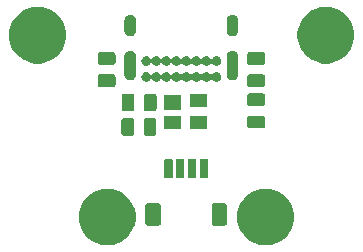
<source format=gbr>
G04 #@! TF.GenerationSoftware,KiCad,Pcbnew,(5.1.4)-1*
G04 #@! TF.CreationDate,2021-01-29T12:05:25-05:00*
G04 #@! TF.ProjectId,TKD_DBTypeC_r1,544b445f-4442-4547-9970-65435f72312e,rev?*
G04 #@! TF.SameCoordinates,Original*
G04 #@! TF.FileFunction,Soldermask,Top*
G04 #@! TF.FilePolarity,Negative*
%FSLAX46Y46*%
G04 Gerber Fmt 4.6, Leading zero omitted, Abs format (unit mm)*
G04 Created by KiCad (PCBNEW (5.1.4)-1) date 2021-01-29 12:05:25*
%MOMM*%
%LPD*%
G04 APERTURE LIST*
%ADD10C,0.100000*%
G04 APERTURE END LIST*
D10*
G36*
X60168412Y-70845135D02*
G01*
X60400346Y-70891269D01*
X60837300Y-71072262D01*
X61230548Y-71335022D01*
X61564978Y-71669452D01*
X61827738Y-72062700D01*
X62008731Y-72499654D01*
X62101000Y-72963522D01*
X62101000Y-73436478D01*
X62008731Y-73900346D01*
X61827738Y-74337300D01*
X61564978Y-74730548D01*
X61230548Y-75064978D01*
X60837300Y-75327738D01*
X60400346Y-75508731D01*
X60168412Y-75554866D01*
X59936479Y-75601000D01*
X59463521Y-75601000D01*
X59231588Y-75554866D01*
X58999654Y-75508731D01*
X58562700Y-75327738D01*
X58169452Y-75064978D01*
X57835022Y-74730548D01*
X57572262Y-74337300D01*
X57391269Y-73900346D01*
X57299000Y-73436478D01*
X57299000Y-72963522D01*
X57391269Y-72499654D01*
X57572262Y-72062700D01*
X57835022Y-71669452D01*
X58169452Y-71335022D01*
X58562700Y-71072262D01*
X58999654Y-70891269D01*
X59231588Y-70845135D01*
X59463521Y-70799000D01*
X59936479Y-70799000D01*
X60168412Y-70845135D01*
X60168412Y-70845135D01*
G37*
G36*
X73568412Y-70845135D02*
G01*
X73800346Y-70891269D01*
X74237300Y-71072262D01*
X74630548Y-71335022D01*
X74964978Y-71669452D01*
X75227738Y-72062700D01*
X75408731Y-72499654D01*
X75501000Y-72963522D01*
X75501000Y-73436478D01*
X75408731Y-73900346D01*
X75227738Y-74337300D01*
X74964978Y-74730548D01*
X74630548Y-75064978D01*
X74237300Y-75327738D01*
X73800346Y-75508731D01*
X73568412Y-75554866D01*
X73336479Y-75601000D01*
X72863521Y-75601000D01*
X72631588Y-75554866D01*
X72399654Y-75508731D01*
X71962700Y-75327738D01*
X71569452Y-75064978D01*
X71235022Y-74730548D01*
X70972262Y-74337300D01*
X70791269Y-73900346D01*
X70699000Y-73436478D01*
X70699000Y-72963522D01*
X70791269Y-72499654D01*
X70972262Y-72062700D01*
X71235022Y-71669452D01*
X71569452Y-71335022D01*
X71962700Y-71072262D01*
X72399654Y-70891269D01*
X72631588Y-70845135D01*
X72863521Y-70799000D01*
X73336479Y-70799000D01*
X73568412Y-70845135D01*
X73568412Y-70845135D01*
G37*
G36*
X64066722Y-72031837D02*
G01*
X64103817Y-72043090D01*
X64137995Y-72061358D01*
X64167961Y-72085952D01*
X64192555Y-72115918D01*
X64210823Y-72150096D01*
X64222076Y-72187191D01*
X64226480Y-72231907D01*
X64226480Y-73724959D01*
X64222076Y-73769675D01*
X64210823Y-73806770D01*
X64192555Y-73840948D01*
X64167961Y-73870914D01*
X64137995Y-73895508D01*
X64103817Y-73913776D01*
X64066722Y-73925029D01*
X64022006Y-73929433D01*
X63128954Y-73929433D01*
X63084238Y-73925029D01*
X63047143Y-73913776D01*
X63012965Y-73895508D01*
X62982999Y-73870914D01*
X62958405Y-73840948D01*
X62940137Y-73806770D01*
X62928884Y-73769675D01*
X62924480Y-73724959D01*
X62924480Y-72231907D01*
X62928884Y-72187191D01*
X62940137Y-72150096D01*
X62958405Y-72115918D01*
X62982999Y-72085952D01*
X63012965Y-72061358D01*
X63047143Y-72043090D01*
X63084238Y-72031837D01*
X63128954Y-72027433D01*
X64022006Y-72027433D01*
X64066722Y-72031837D01*
X64066722Y-72031837D01*
G37*
G36*
X69666722Y-72031837D02*
G01*
X69703817Y-72043090D01*
X69737995Y-72061358D01*
X69767961Y-72085952D01*
X69792555Y-72115918D01*
X69810823Y-72150096D01*
X69822076Y-72187191D01*
X69826480Y-72231907D01*
X69826480Y-73724959D01*
X69822076Y-73769675D01*
X69810823Y-73806770D01*
X69792555Y-73840948D01*
X69767961Y-73870914D01*
X69737995Y-73895508D01*
X69703817Y-73913776D01*
X69666722Y-73925029D01*
X69622006Y-73929433D01*
X68728954Y-73929433D01*
X68684238Y-73925029D01*
X68647143Y-73913776D01*
X68612965Y-73895508D01*
X68582999Y-73870914D01*
X68558405Y-73840948D01*
X68540137Y-73806770D01*
X68528884Y-73769675D01*
X68524480Y-73724959D01*
X68524480Y-72231907D01*
X68528884Y-72187191D01*
X68540137Y-72150096D01*
X68558405Y-72115918D01*
X68582999Y-72085952D01*
X68612965Y-72061358D01*
X68647143Y-72043090D01*
X68684238Y-72031837D01*
X68728954Y-72027433D01*
X69622006Y-72027433D01*
X69666722Y-72031837D01*
X69666722Y-72031837D01*
G37*
G36*
X68135408Y-68280197D02*
G01*
X68156489Y-68286593D01*
X68175925Y-68296981D01*
X68192956Y-68310957D01*
X68206932Y-68327988D01*
X68217320Y-68347424D01*
X68223716Y-68368505D01*
X68226480Y-68396573D01*
X68226480Y-69810293D01*
X68223716Y-69838361D01*
X68217320Y-69859442D01*
X68206932Y-69878878D01*
X68192956Y-69895909D01*
X68175925Y-69909885D01*
X68156489Y-69920273D01*
X68135408Y-69926669D01*
X68107340Y-69929433D01*
X67643620Y-69929433D01*
X67615552Y-69926669D01*
X67594471Y-69920273D01*
X67575035Y-69909885D01*
X67558004Y-69895909D01*
X67544028Y-69878878D01*
X67533640Y-69859442D01*
X67527244Y-69838361D01*
X67524480Y-69810293D01*
X67524480Y-68396573D01*
X67527244Y-68368505D01*
X67533640Y-68347424D01*
X67544028Y-68327988D01*
X67558004Y-68310957D01*
X67575035Y-68296981D01*
X67594471Y-68286593D01*
X67615552Y-68280197D01*
X67643620Y-68277433D01*
X68107340Y-68277433D01*
X68135408Y-68280197D01*
X68135408Y-68280197D01*
G37*
G36*
X67135408Y-68280197D02*
G01*
X67156489Y-68286593D01*
X67175925Y-68296981D01*
X67192956Y-68310957D01*
X67206932Y-68327988D01*
X67217320Y-68347424D01*
X67223716Y-68368505D01*
X67226480Y-68396573D01*
X67226480Y-69810293D01*
X67223716Y-69838361D01*
X67217320Y-69859442D01*
X67206932Y-69878878D01*
X67192956Y-69895909D01*
X67175925Y-69909885D01*
X67156489Y-69920273D01*
X67135408Y-69926669D01*
X67107340Y-69929433D01*
X66643620Y-69929433D01*
X66615552Y-69926669D01*
X66594471Y-69920273D01*
X66575035Y-69909885D01*
X66558004Y-69895909D01*
X66544028Y-69878878D01*
X66533640Y-69859442D01*
X66527244Y-69838361D01*
X66524480Y-69810293D01*
X66524480Y-68396573D01*
X66527244Y-68368505D01*
X66533640Y-68347424D01*
X66544028Y-68327988D01*
X66558004Y-68310957D01*
X66575035Y-68296981D01*
X66594471Y-68286593D01*
X66615552Y-68280197D01*
X66643620Y-68277433D01*
X67107340Y-68277433D01*
X67135408Y-68280197D01*
X67135408Y-68280197D01*
G37*
G36*
X66135408Y-68280197D02*
G01*
X66156489Y-68286593D01*
X66175925Y-68296981D01*
X66192956Y-68310957D01*
X66206932Y-68327988D01*
X66217320Y-68347424D01*
X66223716Y-68368505D01*
X66226480Y-68396573D01*
X66226480Y-69810293D01*
X66223716Y-69838361D01*
X66217320Y-69859442D01*
X66206932Y-69878878D01*
X66192956Y-69895909D01*
X66175925Y-69909885D01*
X66156489Y-69920273D01*
X66135408Y-69926669D01*
X66107340Y-69929433D01*
X65643620Y-69929433D01*
X65615552Y-69926669D01*
X65594471Y-69920273D01*
X65575035Y-69909885D01*
X65558004Y-69895909D01*
X65544028Y-69878878D01*
X65533640Y-69859442D01*
X65527244Y-69838361D01*
X65524480Y-69810293D01*
X65524480Y-68396573D01*
X65527244Y-68368505D01*
X65533640Y-68347424D01*
X65544028Y-68327988D01*
X65558004Y-68310957D01*
X65575035Y-68296981D01*
X65594471Y-68286593D01*
X65615552Y-68280197D01*
X65643620Y-68277433D01*
X66107340Y-68277433D01*
X66135408Y-68280197D01*
X66135408Y-68280197D01*
G37*
G36*
X65135408Y-68280197D02*
G01*
X65156489Y-68286593D01*
X65175925Y-68296981D01*
X65192956Y-68310957D01*
X65206932Y-68327988D01*
X65217320Y-68347424D01*
X65223716Y-68368505D01*
X65226480Y-68396573D01*
X65226480Y-69810293D01*
X65223716Y-69838361D01*
X65217320Y-69859442D01*
X65206932Y-69878878D01*
X65192956Y-69895909D01*
X65175925Y-69909885D01*
X65156489Y-69920273D01*
X65135408Y-69926669D01*
X65107340Y-69929433D01*
X64643620Y-69929433D01*
X64615552Y-69926669D01*
X64594471Y-69920273D01*
X64575035Y-69909885D01*
X64558004Y-69895909D01*
X64544028Y-69878878D01*
X64533640Y-69859442D01*
X64527244Y-69838361D01*
X64524480Y-69810293D01*
X64524480Y-68396573D01*
X64527244Y-68368505D01*
X64533640Y-68347424D01*
X64544028Y-68327988D01*
X64558004Y-68310957D01*
X64575035Y-68296981D01*
X64594471Y-68286593D01*
X64615552Y-68280197D01*
X64643620Y-68277433D01*
X65107340Y-68277433D01*
X65135408Y-68280197D01*
X65135408Y-68280197D01*
G37*
G36*
X63687448Y-64816998D02*
G01*
X63726118Y-64828729D01*
X63761757Y-64847779D01*
X63792997Y-64873416D01*
X63818634Y-64904656D01*
X63837684Y-64940295D01*
X63849415Y-64978965D01*
X63853980Y-65025321D01*
X63853980Y-66101545D01*
X63849415Y-66147901D01*
X63837684Y-66186571D01*
X63818634Y-66222210D01*
X63792997Y-66253450D01*
X63761757Y-66279087D01*
X63726118Y-66298137D01*
X63687448Y-66309868D01*
X63641092Y-66314433D01*
X62989868Y-66314433D01*
X62943512Y-66309868D01*
X62904842Y-66298137D01*
X62869203Y-66279087D01*
X62837963Y-66253450D01*
X62812326Y-66222210D01*
X62793276Y-66186571D01*
X62781545Y-66147901D01*
X62776980Y-66101545D01*
X62776980Y-65025321D01*
X62781545Y-64978965D01*
X62793276Y-64940295D01*
X62812326Y-64904656D01*
X62837963Y-64873416D01*
X62869203Y-64847779D01*
X62904842Y-64828729D01*
X62943512Y-64816998D01*
X62989868Y-64812433D01*
X63641092Y-64812433D01*
X63687448Y-64816998D01*
X63687448Y-64816998D01*
G37*
G36*
X61812448Y-64816998D02*
G01*
X61851118Y-64828729D01*
X61886757Y-64847779D01*
X61917997Y-64873416D01*
X61943634Y-64904656D01*
X61962684Y-64940295D01*
X61974415Y-64978965D01*
X61978980Y-65025321D01*
X61978980Y-66101545D01*
X61974415Y-66147901D01*
X61962684Y-66186571D01*
X61943634Y-66222210D01*
X61917997Y-66253450D01*
X61886757Y-66279087D01*
X61851118Y-66298137D01*
X61812448Y-66309868D01*
X61766092Y-66314433D01*
X61114868Y-66314433D01*
X61068512Y-66309868D01*
X61029842Y-66298137D01*
X60994203Y-66279087D01*
X60962963Y-66253450D01*
X60937326Y-66222210D01*
X60918276Y-66186571D01*
X60906545Y-66147901D01*
X60901980Y-66101545D01*
X60901980Y-65025321D01*
X60906545Y-64978965D01*
X60918276Y-64940295D01*
X60937326Y-64904656D01*
X60962963Y-64873416D01*
X60994203Y-64847779D01*
X61029842Y-64828729D01*
X61068512Y-64816998D01*
X61114868Y-64812433D01*
X61766092Y-64812433D01*
X61812448Y-64816998D01*
X61812448Y-64816998D01*
G37*
G36*
X65976480Y-65774433D02*
G01*
X64474480Y-65774433D01*
X64474480Y-64672433D01*
X65976480Y-64672433D01*
X65976480Y-65774433D01*
X65976480Y-65774433D01*
G37*
G36*
X68176480Y-65774433D02*
G01*
X66674480Y-65774433D01*
X66674480Y-64672433D01*
X68176480Y-64672433D01*
X68176480Y-65774433D01*
X68176480Y-65774433D01*
G37*
G36*
X72889948Y-64609498D02*
G01*
X72928618Y-64621229D01*
X72964257Y-64640279D01*
X72995497Y-64665916D01*
X73021134Y-64697156D01*
X73040184Y-64732795D01*
X73051915Y-64771465D01*
X73056480Y-64817821D01*
X73056480Y-65469045D01*
X73051915Y-65515401D01*
X73040184Y-65554071D01*
X73021134Y-65589710D01*
X72995497Y-65620950D01*
X72964257Y-65646587D01*
X72928618Y-65665637D01*
X72889948Y-65677368D01*
X72843592Y-65681933D01*
X71767368Y-65681933D01*
X71721012Y-65677368D01*
X71682342Y-65665637D01*
X71646703Y-65646587D01*
X71615463Y-65620950D01*
X71589826Y-65589710D01*
X71570776Y-65554071D01*
X71559045Y-65515401D01*
X71554480Y-65469045D01*
X71554480Y-64817821D01*
X71559045Y-64771465D01*
X71570776Y-64732795D01*
X71589826Y-64697156D01*
X71615463Y-64665916D01*
X71646703Y-64640279D01*
X71682342Y-64621229D01*
X71721012Y-64609498D01*
X71767368Y-64604933D01*
X72843592Y-64604933D01*
X72889948Y-64609498D01*
X72889948Y-64609498D01*
G37*
G36*
X61827448Y-62746998D02*
G01*
X61866118Y-62758729D01*
X61901757Y-62777779D01*
X61932997Y-62803416D01*
X61958634Y-62834656D01*
X61977684Y-62870295D01*
X61989415Y-62908965D01*
X61993980Y-62955321D01*
X61993980Y-64031545D01*
X61989415Y-64077901D01*
X61977684Y-64116571D01*
X61958634Y-64152210D01*
X61932997Y-64183450D01*
X61901757Y-64209087D01*
X61866118Y-64228137D01*
X61827448Y-64239868D01*
X61781092Y-64244433D01*
X61129868Y-64244433D01*
X61083512Y-64239868D01*
X61044842Y-64228137D01*
X61009203Y-64209087D01*
X60977963Y-64183450D01*
X60952326Y-64152210D01*
X60933276Y-64116571D01*
X60921545Y-64077901D01*
X60916980Y-64031545D01*
X60916980Y-62955321D01*
X60921545Y-62908965D01*
X60933276Y-62870295D01*
X60952326Y-62834656D01*
X60977963Y-62803416D01*
X61009203Y-62777779D01*
X61044842Y-62758729D01*
X61083512Y-62746998D01*
X61129868Y-62742433D01*
X61781092Y-62742433D01*
X61827448Y-62746998D01*
X61827448Y-62746998D01*
G37*
G36*
X63702448Y-62746998D02*
G01*
X63741118Y-62758729D01*
X63776757Y-62777779D01*
X63807997Y-62803416D01*
X63833634Y-62834656D01*
X63852684Y-62870295D01*
X63864415Y-62908965D01*
X63868980Y-62955321D01*
X63868980Y-64031545D01*
X63864415Y-64077901D01*
X63852684Y-64116571D01*
X63833634Y-64152210D01*
X63807997Y-64183450D01*
X63776757Y-64209087D01*
X63741118Y-64228137D01*
X63702448Y-64239868D01*
X63656092Y-64244433D01*
X63004868Y-64244433D01*
X62958512Y-64239868D01*
X62919842Y-64228137D01*
X62884203Y-64209087D01*
X62852963Y-64183450D01*
X62827326Y-64152210D01*
X62808276Y-64116571D01*
X62796545Y-64077901D01*
X62791980Y-64031545D01*
X62791980Y-62955321D01*
X62796545Y-62908965D01*
X62808276Y-62870295D01*
X62827326Y-62834656D01*
X62852963Y-62803416D01*
X62884203Y-62777779D01*
X62919842Y-62758729D01*
X62958512Y-62746998D01*
X63004868Y-62742433D01*
X63656092Y-62742433D01*
X63702448Y-62746998D01*
X63702448Y-62746998D01*
G37*
G36*
X65976480Y-64154433D02*
G01*
X64474480Y-64154433D01*
X64474480Y-62852433D01*
X65976480Y-62852433D01*
X65976480Y-64154433D01*
X65976480Y-64154433D01*
G37*
G36*
X68176480Y-63874433D02*
G01*
X66674480Y-63874433D01*
X66674480Y-62772433D01*
X68176480Y-62772433D01*
X68176480Y-63874433D01*
X68176480Y-63874433D01*
G37*
G36*
X72889948Y-62734498D02*
G01*
X72928618Y-62746229D01*
X72964257Y-62765279D01*
X72995497Y-62790916D01*
X73021134Y-62822156D01*
X73040184Y-62857795D01*
X73051915Y-62896465D01*
X73056480Y-62942821D01*
X73056480Y-63594045D01*
X73051915Y-63640401D01*
X73040184Y-63679071D01*
X73021134Y-63714710D01*
X72995497Y-63745950D01*
X72964257Y-63771587D01*
X72928618Y-63790637D01*
X72889948Y-63802368D01*
X72843592Y-63806933D01*
X71767368Y-63806933D01*
X71721012Y-63802368D01*
X71682342Y-63790637D01*
X71646703Y-63771587D01*
X71615463Y-63745950D01*
X71589826Y-63714710D01*
X71570776Y-63679071D01*
X71559045Y-63640401D01*
X71554480Y-63594045D01*
X71554480Y-62942821D01*
X71559045Y-62896465D01*
X71570776Y-62857795D01*
X71589826Y-62822156D01*
X71615463Y-62790916D01*
X71646703Y-62765279D01*
X71682342Y-62746229D01*
X71721012Y-62734498D01*
X71767368Y-62729933D01*
X72843592Y-62729933D01*
X72889948Y-62734498D01*
X72889948Y-62734498D01*
G37*
G36*
X60229948Y-61114498D02*
G01*
X60268618Y-61126229D01*
X60304257Y-61145279D01*
X60335497Y-61170916D01*
X60361134Y-61202156D01*
X60380184Y-61237795D01*
X60391915Y-61276465D01*
X60396480Y-61322821D01*
X60396480Y-61974045D01*
X60391915Y-62020401D01*
X60380184Y-62059071D01*
X60361134Y-62094710D01*
X60335497Y-62125950D01*
X60304257Y-62151587D01*
X60268618Y-62170637D01*
X60229948Y-62182368D01*
X60183592Y-62186933D01*
X59107368Y-62186933D01*
X59061012Y-62182368D01*
X59022342Y-62170637D01*
X58986703Y-62151587D01*
X58955463Y-62125950D01*
X58929826Y-62094710D01*
X58910776Y-62059071D01*
X58899045Y-62020401D01*
X58894480Y-61974045D01*
X58894480Y-61322821D01*
X58899045Y-61276465D01*
X58910776Y-61237795D01*
X58929826Y-61202156D01*
X58955463Y-61170916D01*
X58986703Y-61145279D01*
X59022342Y-61126229D01*
X59061012Y-61114498D01*
X59107368Y-61109933D01*
X60183592Y-61109933D01*
X60229948Y-61114498D01*
X60229948Y-61114498D01*
G37*
G36*
X72879948Y-61109498D02*
G01*
X72918618Y-61121229D01*
X72954257Y-61140279D01*
X72985497Y-61165916D01*
X73011134Y-61197156D01*
X73030184Y-61232795D01*
X73041915Y-61271465D01*
X73046480Y-61317821D01*
X73046480Y-61969045D01*
X73041915Y-62015401D01*
X73030184Y-62054071D01*
X73011134Y-62089710D01*
X72985497Y-62120950D01*
X72954257Y-62146587D01*
X72918618Y-62165637D01*
X72879948Y-62177368D01*
X72833592Y-62181933D01*
X71757368Y-62181933D01*
X71711012Y-62177368D01*
X71672342Y-62165637D01*
X71636703Y-62146587D01*
X71605463Y-62120950D01*
X71579826Y-62089710D01*
X71560776Y-62054071D01*
X71549045Y-62015401D01*
X71544480Y-61969045D01*
X71544480Y-61317821D01*
X71549045Y-61271465D01*
X71560776Y-61232795D01*
X71579826Y-61197156D01*
X71605463Y-61165916D01*
X71636703Y-61140279D01*
X71672342Y-61121229D01*
X71711012Y-61109498D01*
X71757368Y-61104933D01*
X72833592Y-61104933D01*
X72879948Y-61109498D01*
X72879948Y-61109498D01*
G37*
G36*
X63073711Y-60940138D02*
G01*
X63112447Y-60947843D01*
X63142675Y-60960364D01*
X63185424Y-60978071D01*
X63251102Y-61021956D01*
X63306958Y-61077812D01*
X63316547Y-61092163D01*
X63332093Y-61111105D01*
X63351035Y-61126650D01*
X63372645Y-61138201D01*
X63396094Y-61145314D01*
X63420481Y-61147716D01*
X63444867Y-61145314D01*
X63468316Y-61138201D01*
X63489926Y-61126650D01*
X63508868Y-61111104D01*
X63524413Y-61092163D01*
X63534002Y-61077812D01*
X63589858Y-61021956D01*
X63655536Y-60978071D01*
X63698285Y-60960364D01*
X63728513Y-60947843D01*
X63767249Y-60940138D01*
X63805984Y-60932433D01*
X63884976Y-60932433D01*
X63923711Y-60940138D01*
X63962447Y-60947843D01*
X63992675Y-60960364D01*
X64035424Y-60978071D01*
X64101102Y-61021956D01*
X64156958Y-61077812D01*
X64166547Y-61092163D01*
X64182093Y-61111105D01*
X64201035Y-61126650D01*
X64222645Y-61138201D01*
X64246094Y-61145314D01*
X64270481Y-61147716D01*
X64294867Y-61145314D01*
X64318316Y-61138201D01*
X64339926Y-61126650D01*
X64358868Y-61111104D01*
X64374413Y-61092163D01*
X64384002Y-61077812D01*
X64439858Y-61021956D01*
X64505536Y-60978071D01*
X64548285Y-60960364D01*
X64578513Y-60947843D01*
X64617249Y-60940138D01*
X64655984Y-60932433D01*
X64734976Y-60932433D01*
X64773711Y-60940138D01*
X64812447Y-60947843D01*
X64842675Y-60960364D01*
X64885424Y-60978071D01*
X64951102Y-61021956D01*
X65006958Y-61077812D01*
X65016547Y-61092163D01*
X65032093Y-61111105D01*
X65051035Y-61126650D01*
X65072645Y-61138201D01*
X65096094Y-61145314D01*
X65120481Y-61147716D01*
X65144867Y-61145314D01*
X65168316Y-61138201D01*
X65189926Y-61126650D01*
X65208868Y-61111104D01*
X65224413Y-61092163D01*
X65234002Y-61077812D01*
X65289858Y-61021956D01*
X65355536Y-60978071D01*
X65398285Y-60960364D01*
X65428513Y-60947843D01*
X65467249Y-60940138D01*
X65505984Y-60932433D01*
X65584976Y-60932433D01*
X65623711Y-60940138D01*
X65662447Y-60947843D01*
X65692675Y-60960364D01*
X65735424Y-60978071D01*
X65801102Y-61021956D01*
X65856958Y-61077812D01*
X65866547Y-61092163D01*
X65882093Y-61111105D01*
X65901035Y-61126650D01*
X65922645Y-61138201D01*
X65946094Y-61145314D01*
X65970481Y-61147716D01*
X65994867Y-61145314D01*
X66018316Y-61138201D01*
X66039926Y-61126650D01*
X66058868Y-61111104D01*
X66074413Y-61092163D01*
X66084002Y-61077812D01*
X66139858Y-61021956D01*
X66205536Y-60978071D01*
X66248285Y-60960364D01*
X66278513Y-60947843D01*
X66317249Y-60940138D01*
X66355984Y-60932433D01*
X66434976Y-60932433D01*
X66473711Y-60940138D01*
X66512447Y-60947843D01*
X66542675Y-60960364D01*
X66585424Y-60978071D01*
X66651102Y-61021956D01*
X66706958Y-61077812D01*
X66716547Y-61092163D01*
X66732093Y-61111105D01*
X66751035Y-61126650D01*
X66772645Y-61138201D01*
X66796094Y-61145314D01*
X66820481Y-61147716D01*
X66844867Y-61145314D01*
X66868316Y-61138201D01*
X66889926Y-61126650D01*
X66908868Y-61111104D01*
X66924413Y-61092163D01*
X66934002Y-61077812D01*
X66989858Y-61021956D01*
X67055536Y-60978071D01*
X67098285Y-60960364D01*
X67128513Y-60947843D01*
X67167249Y-60940138D01*
X67205984Y-60932433D01*
X67284976Y-60932433D01*
X67323711Y-60940138D01*
X67362447Y-60947843D01*
X67392675Y-60960364D01*
X67435424Y-60978071D01*
X67501102Y-61021956D01*
X67556958Y-61077812D01*
X67566547Y-61092163D01*
X67582093Y-61111105D01*
X67601035Y-61126650D01*
X67622645Y-61138201D01*
X67646094Y-61145314D01*
X67670481Y-61147716D01*
X67694867Y-61145314D01*
X67718316Y-61138201D01*
X67739926Y-61126650D01*
X67758868Y-61111104D01*
X67774413Y-61092163D01*
X67784002Y-61077812D01*
X67839858Y-61021956D01*
X67905536Y-60978071D01*
X67948285Y-60960364D01*
X67978513Y-60947843D01*
X68017249Y-60940138D01*
X68055984Y-60932433D01*
X68134976Y-60932433D01*
X68173711Y-60940138D01*
X68212447Y-60947843D01*
X68242675Y-60960364D01*
X68285424Y-60978071D01*
X68351102Y-61021956D01*
X68406958Y-61077812D01*
X68416547Y-61092163D01*
X68432093Y-61111105D01*
X68451035Y-61126650D01*
X68472645Y-61138201D01*
X68496094Y-61145314D01*
X68520481Y-61147716D01*
X68544867Y-61145314D01*
X68568316Y-61138201D01*
X68589926Y-61126650D01*
X68608868Y-61111104D01*
X68624413Y-61092163D01*
X68634002Y-61077812D01*
X68689858Y-61021956D01*
X68755536Y-60978071D01*
X68798285Y-60960364D01*
X68828513Y-60947843D01*
X68867249Y-60940138D01*
X68905984Y-60932433D01*
X68984976Y-60932433D01*
X69023711Y-60940138D01*
X69062447Y-60947843D01*
X69092675Y-60960364D01*
X69135424Y-60978071D01*
X69201102Y-61021956D01*
X69256957Y-61077811D01*
X69300842Y-61143489D01*
X69303667Y-61150310D01*
X69331070Y-61216466D01*
X69338775Y-61255202D01*
X69346480Y-61293937D01*
X69346480Y-61372929D01*
X69345236Y-61379183D01*
X69331070Y-61450400D01*
X69318549Y-61480628D01*
X69300842Y-61523377D01*
X69256957Y-61589055D01*
X69201102Y-61644910D01*
X69135424Y-61688795D01*
X69092675Y-61706502D01*
X69062447Y-61719023D01*
X69023711Y-61726728D01*
X68984976Y-61734433D01*
X68905984Y-61734433D01*
X68867249Y-61726728D01*
X68828513Y-61719023D01*
X68798285Y-61706502D01*
X68755536Y-61688795D01*
X68689858Y-61644910D01*
X68634002Y-61589054D01*
X68624413Y-61574703D01*
X68608867Y-61555761D01*
X68589925Y-61540216D01*
X68568315Y-61528665D01*
X68544866Y-61521552D01*
X68520479Y-61519150D01*
X68496093Y-61521552D01*
X68472644Y-61528665D01*
X68451034Y-61540216D01*
X68432092Y-61555762D01*
X68416547Y-61574703D01*
X68406958Y-61589054D01*
X68351102Y-61644910D01*
X68285424Y-61688795D01*
X68242675Y-61706502D01*
X68212447Y-61719023D01*
X68173711Y-61726728D01*
X68134976Y-61734433D01*
X68055984Y-61734433D01*
X68017249Y-61726728D01*
X67978513Y-61719023D01*
X67948285Y-61706502D01*
X67905536Y-61688795D01*
X67839858Y-61644910D01*
X67784002Y-61589054D01*
X67774413Y-61574703D01*
X67758867Y-61555761D01*
X67739925Y-61540216D01*
X67718315Y-61528665D01*
X67694866Y-61521552D01*
X67670479Y-61519150D01*
X67646093Y-61521552D01*
X67622644Y-61528665D01*
X67601034Y-61540216D01*
X67582092Y-61555762D01*
X67566547Y-61574703D01*
X67556958Y-61589054D01*
X67501102Y-61644910D01*
X67435424Y-61688795D01*
X67392675Y-61706502D01*
X67362447Y-61719023D01*
X67323711Y-61726728D01*
X67284976Y-61734433D01*
X67205984Y-61734433D01*
X67167249Y-61726728D01*
X67128513Y-61719023D01*
X67098285Y-61706502D01*
X67055536Y-61688795D01*
X66989858Y-61644910D01*
X66934002Y-61589054D01*
X66924413Y-61574703D01*
X66908867Y-61555761D01*
X66889925Y-61540216D01*
X66868315Y-61528665D01*
X66844866Y-61521552D01*
X66820479Y-61519150D01*
X66796093Y-61521552D01*
X66772644Y-61528665D01*
X66751034Y-61540216D01*
X66732092Y-61555762D01*
X66716547Y-61574703D01*
X66706958Y-61589054D01*
X66651102Y-61644910D01*
X66585424Y-61688795D01*
X66542675Y-61706502D01*
X66512447Y-61719023D01*
X66473711Y-61726728D01*
X66434976Y-61734433D01*
X66355984Y-61734433D01*
X66317249Y-61726728D01*
X66278513Y-61719023D01*
X66248285Y-61706502D01*
X66205536Y-61688795D01*
X66139858Y-61644910D01*
X66084002Y-61589054D01*
X66074413Y-61574703D01*
X66058867Y-61555761D01*
X66039925Y-61540216D01*
X66018315Y-61528665D01*
X65994866Y-61521552D01*
X65970479Y-61519150D01*
X65946093Y-61521552D01*
X65922644Y-61528665D01*
X65901034Y-61540216D01*
X65882092Y-61555762D01*
X65866547Y-61574703D01*
X65856958Y-61589054D01*
X65801102Y-61644910D01*
X65735424Y-61688795D01*
X65692675Y-61706502D01*
X65662447Y-61719023D01*
X65623711Y-61726728D01*
X65584976Y-61734433D01*
X65505984Y-61734433D01*
X65467249Y-61726728D01*
X65428513Y-61719023D01*
X65398285Y-61706502D01*
X65355536Y-61688795D01*
X65289858Y-61644910D01*
X65234002Y-61589054D01*
X65224413Y-61574703D01*
X65208867Y-61555761D01*
X65189925Y-61540216D01*
X65168315Y-61528665D01*
X65144866Y-61521552D01*
X65120479Y-61519150D01*
X65096093Y-61521552D01*
X65072644Y-61528665D01*
X65051034Y-61540216D01*
X65032092Y-61555762D01*
X65016547Y-61574703D01*
X65006958Y-61589054D01*
X64951102Y-61644910D01*
X64885424Y-61688795D01*
X64842675Y-61706502D01*
X64812447Y-61719023D01*
X64773711Y-61726728D01*
X64734976Y-61734433D01*
X64655984Y-61734433D01*
X64617249Y-61726728D01*
X64578513Y-61719023D01*
X64548285Y-61706502D01*
X64505536Y-61688795D01*
X64439858Y-61644910D01*
X64384002Y-61589054D01*
X64374413Y-61574703D01*
X64358867Y-61555761D01*
X64339925Y-61540216D01*
X64318315Y-61528665D01*
X64294866Y-61521552D01*
X64270479Y-61519150D01*
X64246093Y-61521552D01*
X64222644Y-61528665D01*
X64201034Y-61540216D01*
X64182092Y-61555762D01*
X64166547Y-61574703D01*
X64156958Y-61589054D01*
X64101102Y-61644910D01*
X64035424Y-61688795D01*
X63992675Y-61706502D01*
X63962447Y-61719023D01*
X63923711Y-61726728D01*
X63884976Y-61734433D01*
X63805984Y-61734433D01*
X63767249Y-61726728D01*
X63728513Y-61719023D01*
X63698285Y-61706502D01*
X63655536Y-61688795D01*
X63589858Y-61644910D01*
X63534002Y-61589054D01*
X63524413Y-61574703D01*
X63508867Y-61555761D01*
X63489925Y-61540216D01*
X63468315Y-61528665D01*
X63444866Y-61521552D01*
X63420479Y-61519150D01*
X63396093Y-61521552D01*
X63372644Y-61528665D01*
X63351034Y-61540216D01*
X63332092Y-61555762D01*
X63316547Y-61574703D01*
X63306958Y-61589054D01*
X63251102Y-61644910D01*
X63185424Y-61688795D01*
X63142675Y-61706502D01*
X63112447Y-61719023D01*
X63073711Y-61726728D01*
X63034976Y-61734433D01*
X62955984Y-61734433D01*
X62917249Y-61726728D01*
X62878513Y-61719023D01*
X62848285Y-61706502D01*
X62805536Y-61688795D01*
X62739858Y-61644910D01*
X62684003Y-61589055D01*
X62640118Y-61523377D01*
X62622411Y-61480628D01*
X62609890Y-61450400D01*
X62595724Y-61379183D01*
X62594480Y-61372929D01*
X62594480Y-61293937D01*
X62602185Y-61255202D01*
X62609890Y-61216466D01*
X62637293Y-61150310D01*
X62640118Y-61143489D01*
X62684003Y-61077811D01*
X62739858Y-61021956D01*
X62805536Y-60978071D01*
X62848285Y-60960364D01*
X62878513Y-60947843D01*
X62917249Y-60940138D01*
X62955984Y-60932433D01*
X63034976Y-60932433D01*
X63073711Y-60940138D01*
X63073711Y-60940138D01*
G37*
G36*
X61743693Y-59109682D02*
G01*
X61838132Y-59138330D01*
X61925167Y-59184851D01*
X62001455Y-59247458D01*
X62064062Y-59323746D01*
X62110583Y-59410781D01*
X62139231Y-59505220D01*
X62146480Y-59578821D01*
X62146480Y-61128045D01*
X62139231Y-61201646D01*
X62110583Y-61296085D01*
X62064062Y-61383120D01*
X62001455Y-61459408D01*
X61925167Y-61522015D01*
X61838131Y-61568536D01*
X61743692Y-61597184D01*
X61645480Y-61606857D01*
X61547267Y-61597184D01*
X61452828Y-61568536D01*
X61365793Y-61522015D01*
X61289505Y-61459408D01*
X61226898Y-61383120D01*
X61180377Y-61296084D01*
X61151729Y-61201645D01*
X61144480Y-61128044D01*
X61144481Y-59578821D01*
X61151730Y-59505220D01*
X61180378Y-59410781D01*
X61226899Y-59323746D01*
X61289506Y-59247458D01*
X61365794Y-59184851D01*
X61452829Y-59138330D01*
X61547268Y-59109682D01*
X61645480Y-59100009D01*
X61743693Y-59109682D01*
X61743693Y-59109682D01*
G37*
G36*
X70393693Y-59109682D02*
G01*
X70488132Y-59138330D01*
X70575167Y-59184851D01*
X70651455Y-59247458D01*
X70714062Y-59323746D01*
X70760583Y-59410781D01*
X70789231Y-59505220D01*
X70796480Y-59578821D01*
X70796480Y-61128045D01*
X70789231Y-61201646D01*
X70760583Y-61296085D01*
X70714062Y-61383120D01*
X70651455Y-61459408D01*
X70575167Y-61522015D01*
X70488131Y-61568536D01*
X70393692Y-61597184D01*
X70295480Y-61606857D01*
X70197267Y-61597184D01*
X70102828Y-61568536D01*
X70015793Y-61522015D01*
X69939505Y-61459408D01*
X69876898Y-61383120D01*
X69830377Y-61296084D01*
X69801729Y-61201645D01*
X69794480Y-61128044D01*
X69794481Y-59578821D01*
X69801730Y-59505220D01*
X69830378Y-59410781D01*
X69876899Y-59323746D01*
X69939506Y-59247458D01*
X70015794Y-59184851D01*
X70102829Y-59138330D01*
X70197268Y-59109682D01*
X70295480Y-59100009D01*
X70393693Y-59109682D01*
X70393693Y-59109682D01*
G37*
G36*
X63073711Y-59590138D02*
G01*
X63112447Y-59597843D01*
X63142675Y-59610364D01*
X63185424Y-59628071D01*
X63251102Y-59671956D01*
X63306958Y-59727812D01*
X63316547Y-59742163D01*
X63332093Y-59761105D01*
X63351035Y-59776650D01*
X63372645Y-59788201D01*
X63396094Y-59795314D01*
X63420481Y-59797716D01*
X63444867Y-59795314D01*
X63468316Y-59788201D01*
X63489926Y-59776650D01*
X63508868Y-59761104D01*
X63524413Y-59742163D01*
X63534002Y-59727812D01*
X63589858Y-59671956D01*
X63655536Y-59628071D01*
X63698285Y-59610364D01*
X63728513Y-59597843D01*
X63767249Y-59590138D01*
X63805984Y-59582433D01*
X63884976Y-59582433D01*
X63923711Y-59590138D01*
X63962447Y-59597843D01*
X63992675Y-59610364D01*
X64035424Y-59628071D01*
X64101102Y-59671956D01*
X64156958Y-59727812D01*
X64166547Y-59742163D01*
X64182093Y-59761105D01*
X64201035Y-59776650D01*
X64222645Y-59788201D01*
X64246094Y-59795314D01*
X64270481Y-59797716D01*
X64294867Y-59795314D01*
X64318316Y-59788201D01*
X64339926Y-59776650D01*
X64358868Y-59761104D01*
X64374413Y-59742163D01*
X64384002Y-59727812D01*
X64439858Y-59671956D01*
X64505536Y-59628071D01*
X64548285Y-59610364D01*
X64578513Y-59597843D01*
X64617249Y-59590138D01*
X64655984Y-59582433D01*
X64734976Y-59582433D01*
X64773711Y-59590138D01*
X64812447Y-59597843D01*
X64842675Y-59610364D01*
X64885424Y-59628071D01*
X64951102Y-59671956D01*
X65006958Y-59727812D01*
X65016547Y-59742163D01*
X65032093Y-59761105D01*
X65051035Y-59776650D01*
X65072645Y-59788201D01*
X65096094Y-59795314D01*
X65120481Y-59797716D01*
X65144867Y-59795314D01*
X65168316Y-59788201D01*
X65189926Y-59776650D01*
X65208868Y-59761104D01*
X65224413Y-59742163D01*
X65234002Y-59727812D01*
X65289858Y-59671956D01*
X65355536Y-59628071D01*
X65398285Y-59610364D01*
X65428513Y-59597843D01*
X65467249Y-59590138D01*
X65505984Y-59582433D01*
X65584976Y-59582433D01*
X65623711Y-59590138D01*
X65662447Y-59597843D01*
X65692675Y-59610364D01*
X65735424Y-59628071D01*
X65801102Y-59671956D01*
X65856958Y-59727812D01*
X65866547Y-59742163D01*
X65882093Y-59761105D01*
X65901035Y-59776650D01*
X65922645Y-59788201D01*
X65946094Y-59795314D01*
X65970481Y-59797716D01*
X65994867Y-59795314D01*
X66018316Y-59788201D01*
X66039926Y-59776650D01*
X66058868Y-59761104D01*
X66074413Y-59742163D01*
X66084002Y-59727812D01*
X66139858Y-59671956D01*
X66205536Y-59628071D01*
X66248285Y-59610364D01*
X66278513Y-59597843D01*
X66317249Y-59590138D01*
X66355984Y-59582433D01*
X66434976Y-59582433D01*
X66473711Y-59590138D01*
X66512447Y-59597843D01*
X66542675Y-59610364D01*
X66585424Y-59628071D01*
X66651102Y-59671956D01*
X66706958Y-59727812D01*
X66716547Y-59742163D01*
X66732093Y-59761105D01*
X66751035Y-59776650D01*
X66772645Y-59788201D01*
X66796094Y-59795314D01*
X66820481Y-59797716D01*
X66844867Y-59795314D01*
X66868316Y-59788201D01*
X66889926Y-59776650D01*
X66908868Y-59761104D01*
X66924413Y-59742163D01*
X66934002Y-59727812D01*
X66989858Y-59671956D01*
X67055536Y-59628071D01*
X67098285Y-59610364D01*
X67128513Y-59597843D01*
X67167249Y-59590138D01*
X67205984Y-59582433D01*
X67284976Y-59582433D01*
X67323711Y-59590138D01*
X67362447Y-59597843D01*
X67392675Y-59610364D01*
X67435424Y-59628071D01*
X67501102Y-59671956D01*
X67556958Y-59727812D01*
X67566547Y-59742163D01*
X67582093Y-59761105D01*
X67601035Y-59776650D01*
X67622645Y-59788201D01*
X67646094Y-59795314D01*
X67670481Y-59797716D01*
X67694867Y-59795314D01*
X67718316Y-59788201D01*
X67739926Y-59776650D01*
X67758868Y-59761104D01*
X67774413Y-59742163D01*
X67784002Y-59727812D01*
X67839858Y-59671956D01*
X67905536Y-59628071D01*
X67948285Y-59610364D01*
X67978513Y-59597843D01*
X68017249Y-59590138D01*
X68055984Y-59582433D01*
X68134976Y-59582433D01*
X68173711Y-59590138D01*
X68212447Y-59597843D01*
X68242675Y-59610364D01*
X68285424Y-59628071D01*
X68351102Y-59671956D01*
X68406958Y-59727812D01*
X68416547Y-59742163D01*
X68432093Y-59761105D01*
X68451035Y-59776650D01*
X68472645Y-59788201D01*
X68496094Y-59795314D01*
X68520481Y-59797716D01*
X68544867Y-59795314D01*
X68568316Y-59788201D01*
X68589926Y-59776650D01*
X68608868Y-59761104D01*
X68624413Y-59742163D01*
X68634002Y-59727812D01*
X68689858Y-59671956D01*
X68755536Y-59628071D01*
X68798285Y-59610364D01*
X68828513Y-59597843D01*
X68867249Y-59590138D01*
X68905984Y-59582433D01*
X68984976Y-59582433D01*
X69023711Y-59590138D01*
X69062447Y-59597843D01*
X69092675Y-59610364D01*
X69135424Y-59628071D01*
X69201102Y-59671956D01*
X69256957Y-59727811D01*
X69300842Y-59793489D01*
X69318549Y-59836238D01*
X69331070Y-59866466D01*
X69346480Y-59943938D01*
X69346480Y-60022928D01*
X69331340Y-60099045D01*
X69331070Y-60100399D01*
X69300842Y-60173377D01*
X69256957Y-60239055D01*
X69201102Y-60294910D01*
X69135424Y-60338795D01*
X69092675Y-60356502D01*
X69062447Y-60369023D01*
X69023711Y-60376728D01*
X68984976Y-60384433D01*
X68905984Y-60384433D01*
X68867249Y-60376728D01*
X68828513Y-60369023D01*
X68798285Y-60356502D01*
X68755536Y-60338795D01*
X68689858Y-60294910D01*
X68634002Y-60239054D01*
X68624413Y-60224703D01*
X68608867Y-60205761D01*
X68589925Y-60190216D01*
X68568315Y-60178665D01*
X68544866Y-60171552D01*
X68520479Y-60169150D01*
X68496093Y-60171552D01*
X68472644Y-60178665D01*
X68451034Y-60190216D01*
X68432092Y-60205762D01*
X68416547Y-60224703D01*
X68406958Y-60239054D01*
X68351102Y-60294910D01*
X68285424Y-60338795D01*
X68242675Y-60356502D01*
X68212447Y-60369023D01*
X68173711Y-60376728D01*
X68134976Y-60384433D01*
X68055984Y-60384433D01*
X68017249Y-60376728D01*
X67978513Y-60369023D01*
X67948285Y-60356502D01*
X67905536Y-60338795D01*
X67839858Y-60294910D01*
X67784002Y-60239054D01*
X67774413Y-60224703D01*
X67758867Y-60205761D01*
X67739925Y-60190216D01*
X67718315Y-60178665D01*
X67694866Y-60171552D01*
X67670479Y-60169150D01*
X67646093Y-60171552D01*
X67622644Y-60178665D01*
X67601034Y-60190216D01*
X67582092Y-60205762D01*
X67566547Y-60224703D01*
X67556958Y-60239054D01*
X67501102Y-60294910D01*
X67435424Y-60338795D01*
X67392675Y-60356502D01*
X67362447Y-60369023D01*
X67323711Y-60376728D01*
X67284976Y-60384433D01*
X67205984Y-60384433D01*
X67167249Y-60376728D01*
X67128513Y-60369023D01*
X67098285Y-60356502D01*
X67055536Y-60338795D01*
X66989858Y-60294910D01*
X66934002Y-60239054D01*
X66924413Y-60224703D01*
X66908867Y-60205761D01*
X66889925Y-60190216D01*
X66868315Y-60178665D01*
X66844866Y-60171552D01*
X66820479Y-60169150D01*
X66796093Y-60171552D01*
X66772644Y-60178665D01*
X66751034Y-60190216D01*
X66732092Y-60205762D01*
X66716547Y-60224703D01*
X66706958Y-60239054D01*
X66651102Y-60294910D01*
X66585424Y-60338795D01*
X66542675Y-60356502D01*
X66512447Y-60369023D01*
X66473711Y-60376728D01*
X66434976Y-60384433D01*
X66355984Y-60384433D01*
X66317249Y-60376728D01*
X66278513Y-60369023D01*
X66248285Y-60356502D01*
X66205536Y-60338795D01*
X66139858Y-60294910D01*
X66084002Y-60239054D01*
X66074413Y-60224703D01*
X66058867Y-60205761D01*
X66039925Y-60190216D01*
X66018315Y-60178665D01*
X65994866Y-60171552D01*
X65970479Y-60169150D01*
X65946093Y-60171552D01*
X65922644Y-60178665D01*
X65901034Y-60190216D01*
X65882092Y-60205762D01*
X65866547Y-60224703D01*
X65856958Y-60239054D01*
X65801102Y-60294910D01*
X65735424Y-60338795D01*
X65692675Y-60356502D01*
X65662447Y-60369023D01*
X65623711Y-60376728D01*
X65584976Y-60384433D01*
X65505984Y-60384433D01*
X65467249Y-60376728D01*
X65428513Y-60369023D01*
X65398285Y-60356502D01*
X65355536Y-60338795D01*
X65289858Y-60294910D01*
X65234002Y-60239054D01*
X65224413Y-60224703D01*
X65208867Y-60205761D01*
X65189925Y-60190216D01*
X65168315Y-60178665D01*
X65144866Y-60171552D01*
X65120479Y-60169150D01*
X65096093Y-60171552D01*
X65072644Y-60178665D01*
X65051034Y-60190216D01*
X65032092Y-60205762D01*
X65016547Y-60224703D01*
X65006958Y-60239054D01*
X64951102Y-60294910D01*
X64885424Y-60338795D01*
X64842675Y-60356502D01*
X64812447Y-60369023D01*
X64773711Y-60376728D01*
X64734976Y-60384433D01*
X64655984Y-60384433D01*
X64617249Y-60376728D01*
X64578513Y-60369023D01*
X64548285Y-60356502D01*
X64505536Y-60338795D01*
X64439858Y-60294910D01*
X64384002Y-60239054D01*
X64374413Y-60224703D01*
X64358867Y-60205761D01*
X64339925Y-60190216D01*
X64318315Y-60178665D01*
X64294866Y-60171552D01*
X64270479Y-60169150D01*
X64246093Y-60171552D01*
X64222644Y-60178665D01*
X64201034Y-60190216D01*
X64182092Y-60205762D01*
X64166547Y-60224703D01*
X64156958Y-60239054D01*
X64101102Y-60294910D01*
X64035424Y-60338795D01*
X63992675Y-60356502D01*
X63962447Y-60369023D01*
X63923711Y-60376728D01*
X63884976Y-60384433D01*
X63805984Y-60384433D01*
X63767249Y-60376728D01*
X63728513Y-60369023D01*
X63698285Y-60356502D01*
X63655536Y-60338795D01*
X63589858Y-60294910D01*
X63534002Y-60239054D01*
X63524413Y-60224703D01*
X63508867Y-60205761D01*
X63489925Y-60190216D01*
X63468315Y-60178665D01*
X63444866Y-60171552D01*
X63420479Y-60169150D01*
X63396093Y-60171552D01*
X63372644Y-60178665D01*
X63351034Y-60190216D01*
X63332092Y-60205762D01*
X63316547Y-60224703D01*
X63306958Y-60239054D01*
X63251102Y-60294910D01*
X63185424Y-60338795D01*
X63142675Y-60356502D01*
X63112447Y-60369023D01*
X63073711Y-60376728D01*
X63034976Y-60384433D01*
X62955984Y-60384433D01*
X62917249Y-60376728D01*
X62878513Y-60369023D01*
X62848285Y-60356502D01*
X62805536Y-60338795D01*
X62739858Y-60294910D01*
X62684003Y-60239055D01*
X62640118Y-60173377D01*
X62609890Y-60100399D01*
X62609621Y-60099045D01*
X62594480Y-60022928D01*
X62594480Y-59943938D01*
X62609890Y-59866466D01*
X62622411Y-59836238D01*
X62640118Y-59793489D01*
X62684003Y-59727811D01*
X62739858Y-59671956D01*
X62805536Y-59628071D01*
X62848285Y-59610364D01*
X62878513Y-59597843D01*
X62917249Y-59590138D01*
X62955984Y-59582433D01*
X63034976Y-59582433D01*
X63073711Y-59590138D01*
X63073711Y-59590138D01*
G37*
G36*
X60229948Y-59239498D02*
G01*
X60268618Y-59251229D01*
X60304257Y-59270279D01*
X60335497Y-59295916D01*
X60361134Y-59327156D01*
X60380184Y-59362795D01*
X60391915Y-59401465D01*
X60396480Y-59447821D01*
X60396480Y-60099045D01*
X60391915Y-60145401D01*
X60380184Y-60184071D01*
X60361134Y-60219710D01*
X60335497Y-60250950D01*
X60304257Y-60276587D01*
X60268618Y-60295637D01*
X60229948Y-60307368D01*
X60183592Y-60311933D01*
X59107368Y-60311933D01*
X59061012Y-60307368D01*
X59022342Y-60295637D01*
X58986703Y-60276587D01*
X58955463Y-60250950D01*
X58929826Y-60219710D01*
X58910776Y-60184071D01*
X58899045Y-60145401D01*
X58894480Y-60099045D01*
X58894480Y-59447821D01*
X58899045Y-59401465D01*
X58910776Y-59362795D01*
X58929826Y-59327156D01*
X58955463Y-59295916D01*
X58986703Y-59270279D01*
X59022342Y-59251229D01*
X59061012Y-59239498D01*
X59107368Y-59234933D01*
X60183592Y-59234933D01*
X60229948Y-59239498D01*
X60229948Y-59239498D01*
G37*
G36*
X72879948Y-59234498D02*
G01*
X72918618Y-59246229D01*
X72954257Y-59265279D01*
X72985497Y-59290916D01*
X73011134Y-59322156D01*
X73030184Y-59357795D01*
X73041915Y-59396465D01*
X73046480Y-59442821D01*
X73046480Y-60094045D01*
X73041915Y-60140401D01*
X73030184Y-60179071D01*
X73011134Y-60214710D01*
X72985497Y-60245950D01*
X72954257Y-60271587D01*
X72918618Y-60290637D01*
X72879948Y-60302368D01*
X72833592Y-60306933D01*
X71757368Y-60306933D01*
X71711012Y-60302368D01*
X71672342Y-60290637D01*
X71636703Y-60271587D01*
X71605463Y-60245950D01*
X71579826Y-60214710D01*
X71560776Y-60179071D01*
X71549045Y-60140401D01*
X71544480Y-60094045D01*
X71544480Y-59442821D01*
X71549045Y-59396465D01*
X71560776Y-59357795D01*
X71579826Y-59322156D01*
X71605463Y-59290916D01*
X71636703Y-59265279D01*
X71672342Y-59246229D01*
X71711012Y-59234498D01*
X71757368Y-59229933D01*
X72833592Y-59229933D01*
X72879948Y-59234498D01*
X72879948Y-59234498D01*
G37*
G36*
X78668412Y-55445134D02*
G01*
X78900346Y-55491269D01*
X79337300Y-55672262D01*
X79730548Y-55935022D01*
X80064978Y-56269452D01*
X80327738Y-56662700D01*
X80508731Y-57099654D01*
X80601000Y-57563522D01*
X80601000Y-58036478D01*
X80508731Y-58500346D01*
X80327738Y-58937300D01*
X80064978Y-59330548D01*
X79730548Y-59664978D01*
X79337300Y-59927738D01*
X79337299Y-59927739D01*
X79337298Y-59927739D01*
X79298190Y-59943938D01*
X78900346Y-60108731D01*
X78668412Y-60154865D01*
X78436479Y-60201000D01*
X77963521Y-60201000D01*
X77731588Y-60154865D01*
X77499654Y-60108731D01*
X77101810Y-59943938D01*
X77062702Y-59927739D01*
X77062701Y-59927739D01*
X77062700Y-59927738D01*
X76669452Y-59664978D01*
X76335022Y-59330548D01*
X76072262Y-58937300D01*
X75891269Y-58500346D01*
X75799000Y-58036478D01*
X75799000Y-57563522D01*
X75891269Y-57099654D01*
X76072262Y-56662700D01*
X76335022Y-56269452D01*
X76669452Y-55935022D01*
X77062700Y-55672262D01*
X77499654Y-55491269D01*
X77731588Y-55445134D01*
X77963521Y-55399000D01*
X78436479Y-55399000D01*
X78668412Y-55445134D01*
X78668412Y-55445134D01*
G37*
G36*
X54268412Y-55445134D02*
G01*
X54500346Y-55491269D01*
X54937300Y-55672262D01*
X55330548Y-55935022D01*
X55664978Y-56269452D01*
X55927738Y-56662700D01*
X56108731Y-57099654D01*
X56201000Y-57563522D01*
X56201000Y-58036478D01*
X56108731Y-58500346D01*
X55927738Y-58937300D01*
X55664978Y-59330548D01*
X55330548Y-59664978D01*
X54937300Y-59927738D01*
X54937299Y-59927739D01*
X54937298Y-59927739D01*
X54898190Y-59943938D01*
X54500346Y-60108731D01*
X54268412Y-60154865D01*
X54036479Y-60201000D01*
X53563521Y-60201000D01*
X53331588Y-60154865D01*
X53099654Y-60108731D01*
X52701810Y-59943938D01*
X52662702Y-59927739D01*
X52662701Y-59927739D01*
X52662700Y-59927738D01*
X52269452Y-59664978D01*
X51935022Y-59330548D01*
X51672262Y-58937300D01*
X51491269Y-58500346D01*
X51399000Y-58036478D01*
X51399000Y-57563522D01*
X51491269Y-57099654D01*
X51672262Y-56662700D01*
X51935022Y-56269452D01*
X52269452Y-55935022D01*
X52662700Y-55672262D01*
X53099654Y-55491269D01*
X53331588Y-55445134D01*
X53563521Y-55399000D01*
X54036479Y-55399000D01*
X54268412Y-55445134D01*
X54268412Y-55445134D01*
G37*
G36*
X70393693Y-56079682D02*
G01*
X70488132Y-56108330D01*
X70575167Y-56154851D01*
X70651455Y-56217458D01*
X70714062Y-56293746D01*
X70760583Y-56380781D01*
X70789231Y-56475220D01*
X70796480Y-56548821D01*
X70796480Y-57398045D01*
X70789231Y-57471646D01*
X70760583Y-57566085D01*
X70714062Y-57653120D01*
X70651455Y-57729408D01*
X70575167Y-57792015D01*
X70488131Y-57838536D01*
X70393692Y-57867184D01*
X70295480Y-57876857D01*
X70197267Y-57867184D01*
X70102828Y-57838536D01*
X70015793Y-57792015D01*
X69939505Y-57729408D01*
X69876898Y-57653120D01*
X69830377Y-57566084D01*
X69801729Y-57471645D01*
X69794480Y-57398044D01*
X69794480Y-56548831D01*
X69801730Y-56475219D01*
X69812326Y-56440289D01*
X69830378Y-56380781D01*
X69876899Y-56293746D01*
X69939506Y-56217458D01*
X70015794Y-56154851D01*
X70102829Y-56108330D01*
X70197268Y-56079682D01*
X70295480Y-56070009D01*
X70393693Y-56079682D01*
X70393693Y-56079682D01*
G37*
G36*
X61743693Y-56079682D02*
G01*
X61838132Y-56108330D01*
X61925167Y-56154851D01*
X62001455Y-56217458D01*
X62064062Y-56293746D01*
X62110583Y-56380781D01*
X62139231Y-56475220D01*
X62146480Y-56548821D01*
X62146480Y-57398045D01*
X62139231Y-57471646D01*
X62110583Y-57566085D01*
X62064062Y-57653120D01*
X62001455Y-57729408D01*
X61925167Y-57792015D01*
X61838131Y-57838536D01*
X61743692Y-57867184D01*
X61645480Y-57876857D01*
X61547267Y-57867184D01*
X61452828Y-57838536D01*
X61365793Y-57792015D01*
X61289505Y-57729408D01*
X61226898Y-57653120D01*
X61180377Y-57566084D01*
X61151729Y-57471645D01*
X61144480Y-57398044D01*
X61144480Y-56548831D01*
X61151730Y-56475219D01*
X61162326Y-56440289D01*
X61180378Y-56380781D01*
X61226899Y-56293746D01*
X61289506Y-56217458D01*
X61365794Y-56154851D01*
X61452829Y-56108330D01*
X61547268Y-56079682D01*
X61645480Y-56070009D01*
X61743693Y-56079682D01*
X61743693Y-56079682D01*
G37*
M02*

</source>
